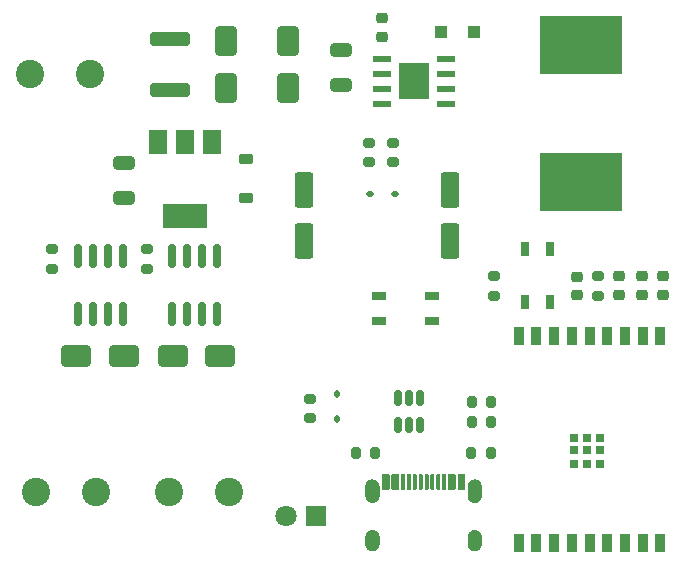
<source format=gbr>
%TF.GenerationSoftware,KiCad,Pcbnew,7.99.0-1092-g932f171e96*%
%TF.CreationDate,2023-06-26T03:17:45+02:00*%
%TF.ProjectId,irrigation,69727269-6761-4746-996f-6e2e6b696361,0.1*%
%TF.SameCoordinates,Original*%
%TF.FileFunction,Paste,Top*%
%TF.FilePolarity,Positive*%
%FSLAX46Y46*%
G04 Gerber Fmt 4.6, Leading zero omitted, Abs format (unit mm)*
G04 Created by KiCad (PCBNEW 7.99.0-1092-g932f171e96) date 2023-06-26 03:17:45*
%MOMM*%
%LPD*%
G01*
G04 APERTURE LIST*
G04 Aperture macros list*
%AMRoundRect*
0 Rectangle with rounded corners*
0 $1 Rounding radius*
0 $2 $3 $4 $5 $6 $7 $8 $9 X,Y pos of 4 corners*
0 Add a 4 corners polygon primitive as box body*
4,1,4,$2,$3,$4,$5,$6,$7,$8,$9,$2,$3,0*
0 Add four circle primitives for the rounded corners*
1,1,$1+$1,$2,$3*
1,1,$1+$1,$4,$5*
1,1,$1+$1,$6,$7*
1,1,$1+$1,$8,$9*
0 Add four rect primitives between the rounded corners*
20,1,$1+$1,$2,$3,$4,$5,0*
20,1,$1+$1,$4,$5,$6,$7,0*
20,1,$1+$1,$6,$7,$8,$9,0*
20,1,$1+$1,$8,$9,$2,$3,0*%
G04 Aperture macros list end*
%ADD10C,0.000000*%
%ADD11R,1.800000X1.800000*%
%ADD12C,1.800000*%
%ADD13RoundRect,0.250000X-0.650000X0.325000X-0.650000X-0.325000X0.650000X-0.325000X0.650000X0.325000X0*%
%ADD14RoundRect,0.250000X0.650000X-1.000000X0.650000X1.000000X-0.650000X1.000000X-0.650000X-1.000000X0*%
%ADD15R,7.000000X5.000000*%
%ADD16R,1.500000X2.000000*%
%ADD17R,3.800000X2.000000*%
%ADD18RoundRect,0.150000X-0.150000X0.512500X-0.150000X-0.512500X0.150000X-0.512500X0.150000X0.512500X0*%
%ADD19R,2.600000X3.100000*%
%ADD20R,1.550000X0.600000*%
%ADD21R,0.900000X1.500000*%
%ADD22R,0.700000X0.700000*%
%ADD23R,0.700000X1.300000*%
%ADD24R,1.300000X0.700000*%
%ADD25RoundRect,0.200000X-0.275000X0.200000X-0.275000X-0.200000X0.275000X-0.200000X0.275000X0.200000X0*%
%ADD26RoundRect,0.200000X0.275000X-0.200000X0.275000X0.200000X-0.275000X0.200000X-0.275000X-0.200000X0*%
%ADD27RoundRect,0.200000X0.200000X0.275000X-0.200000X0.275000X-0.200000X-0.275000X0.200000X-0.275000X0*%
%ADD28RoundRect,0.200000X-0.200000X-0.275000X0.200000X-0.275000X0.200000X0.275000X-0.200000X0.275000X0*%
%ADD29RoundRect,0.150000X-0.150000X0.825000X-0.150000X-0.825000X0.150000X-0.825000X0.150000X0.825000X0*%
%ADD30C,2.400000*%
%ADD31O,1.200000X2.000000*%
%ADD32O,1.200000X1.800000*%
%ADD33R,0.300000X1.300000*%
%ADD34RoundRect,0.250000X1.450000X-0.312500X1.450000X0.312500X-1.450000X0.312500X-1.450000X-0.312500X0*%
%ADD35RoundRect,0.112500X-0.112500X0.187500X-0.112500X-0.187500X0.112500X-0.187500X0.112500X0.187500X0*%
%ADD36RoundRect,0.225000X-0.375000X0.225000X-0.375000X-0.225000X0.375000X-0.225000X0.375000X0.225000X0*%
%ADD37RoundRect,0.112500X0.187500X0.112500X-0.187500X0.112500X-0.187500X-0.112500X0.187500X-0.112500X0*%
%ADD38RoundRect,0.250000X-1.000000X-0.650000X1.000000X-0.650000X1.000000X0.650000X-1.000000X0.650000X0*%
%ADD39RoundRect,0.250000X0.300000X0.300000X-0.300000X0.300000X-0.300000X-0.300000X0.300000X-0.300000X0*%
%ADD40RoundRect,0.225000X-0.250000X0.225000X-0.250000X-0.225000X0.250000X-0.225000X0.250000X0.225000X0*%
%ADD41RoundRect,0.225000X0.250000X-0.225000X0.250000X0.225000X-0.250000X0.225000X-0.250000X-0.225000X0*%
%ADD42RoundRect,0.250000X-0.550000X1.250000X-0.550000X-1.250000X0.550000X-1.250000X0.550000X1.250000X0*%
%ADD43RoundRect,0.250000X0.650000X-0.325000X0.650000X0.325000X-0.650000X0.325000X-0.650000X-0.325000X0*%
G04 APERTURE END LIST*
D10*
%TO.C,J4*%
G36*
X145100000Y-75527500D02*
G01*
X144800000Y-75527500D01*
X144500000Y-75527500D01*
X144500000Y-74227500D01*
X144800000Y-74227500D01*
X145100000Y-74227500D01*
X145100000Y-75527500D01*
G37*
G36*
X146600000Y-75527500D02*
G01*
X146300000Y-75527500D01*
X146300000Y-74227500D01*
X146600000Y-74227500D01*
X146600000Y-75527500D01*
G37*
G36*
X148100000Y-75527500D02*
G01*
X147800000Y-75527500D01*
X147800000Y-74227500D01*
X148100000Y-74227500D01*
X148100000Y-75527500D01*
G37*
G36*
X147600000Y-75527500D02*
G01*
X147300000Y-75527500D01*
X147300000Y-74227500D01*
X147600000Y-74227500D01*
X147600000Y-75527500D01*
G37*
G36*
X142920000Y-74647500D02*
G01*
X142949000Y-74650500D01*
X142979000Y-74654500D01*
X143008000Y-74660500D01*
X143037000Y-74668500D01*
X143066000Y-74676500D01*
X143094000Y-74687500D01*
X143122000Y-74698500D01*
X143149000Y-74711500D01*
X143175000Y-74726500D01*
X143200000Y-74741500D01*
X143225000Y-74758500D01*
X143249000Y-74776500D01*
X143272000Y-74795500D01*
X143294000Y-74816500D01*
X143315000Y-74837500D01*
X143335000Y-74860500D01*
X143353000Y-74883500D01*
X143371000Y-74907500D01*
X143387000Y-74932500D01*
X143402000Y-74958500D01*
X143415000Y-74985500D01*
X143428000Y-75012500D01*
X143439000Y-75040500D01*
X143448000Y-75068500D01*
X143456000Y-75097500D01*
X143463000Y-75126500D01*
X143468000Y-75156500D01*
X143472000Y-75185500D01*
X143474000Y-75215500D01*
X143475000Y-75245500D01*
X143475000Y-76045500D01*
X143474000Y-76075500D01*
X143472000Y-76105500D01*
X143468000Y-76135500D01*
X143463000Y-76164500D01*
X143456000Y-76193500D01*
X143448000Y-76222500D01*
X143439000Y-76250500D01*
X143428000Y-76278500D01*
X143415000Y-76306500D01*
X143402000Y-76332500D01*
X143387000Y-76358500D01*
X143371000Y-76383500D01*
X143353000Y-76407500D01*
X143335000Y-76431500D01*
X143315000Y-76453500D01*
X143294000Y-76475500D01*
X143272000Y-76495500D01*
X143249000Y-76514500D01*
X143225000Y-76532500D01*
X143200000Y-76549500D01*
X143175000Y-76565500D01*
X143149000Y-76579500D01*
X143122000Y-76592500D01*
X143094000Y-76604500D01*
X143066000Y-76614500D01*
X143037000Y-76623500D01*
X143008000Y-76630500D01*
X142979000Y-76636500D01*
X142949000Y-76641500D01*
X142920000Y-76644500D01*
X142890000Y-76645500D01*
X142860000Y-76645500D01*
X142830000Y-76644500D01*
X142800000Y-76641500D01*
X142771000Y-76636500D01*
X142741000Y-76630500D01*
X142712000Y-76623500D01*
X142684000Y-76614500D01*
X142656000Y-76604500D01*
X142628000Y-76592500D01*
X142601000Y-76579500D01*
X142575000Y-76565500D01*
X142549000Y-76549500D01*
X142525000Y-76532500D01*
X142501000Y-76514500D01*
X142478000Y-76495500D01*
X142456000Y-76475500D01*
X142435000Y-76453500D01*
X142415000Y-76431500D01*
X142397000Y-76407500D01*
X142379000Y-76383500D01*
X142363000Y-76358500D01*
X142348000Y-76332500D01*
X142334000Y-76306500D01*
X142322000Y-76278500D01*
X142311000Y-76250500D01*
X142302000Y-76222500D01*
X142293000Y-76193500D01*
X142287000Y-76164500D01*
X142282000Y-76135500D01*
X142278000Y-76105500D01*
X142276000Y-76075500D01*
X142275000Y-76045500D01*
X142275000Y-75245500D01*
X142276000Y-75215500D01*
X142278000Y-75185500D01*
X142282000Y-75156500D01*
X142287000Y-75126500D01*
X142293000Y-75097500D01*
X142302000Y-75068500D01*
X142311000Y-75040500D01*
X142322000Y-75012500D01*
X142334000Y-74985500D01*
X142348000Y-74958500D01*
X142363000Y-74932500D01*
X142379000Y-74907500D01*
X142397000Y-74883500D01*
X142415000Y-74860500D01*
X142435000Y-74837500D01*
X142456000Y-74816500D01*
X142478000Y-74795500D01*
X142501000Y-74776500D01*
X142525000Y-74758500D01*
X142549000Y-74741500D01*
X142575000Y-74726500D01*
X142601000Y-74711500D01*
X142628000Y-74698500D01*
X142656000Y-74687500D01*
X142684000Y-74676500D01*
X142712000Y-74668500D01*
X142741000Y-74660500D01*
X142771000Y-74654500D01*
X142800000Y-74650500D01*
X142830000Y-74647500D01*
X142860000Y-74645500D01*
X142890000Y-74645500D01*
X142920000Y-74647500D01*
G37*
G36*
X151570000Y-78927500D02*
G01*
X151600000Y-78930500D01*
X151629000Y-78934500D01*
X151659000Y-78940500D01*
X151688000Y-78948500D01*
X151716000Y-78956500D01*
X151744000Y-78967500D01*
X151772000Y-78978500D01*
X151799000Y-78991500D01*
X151825000Y-79006500D01*
X151851000Y-79021500D01*
X151875000Y-79038500D01*
X151899000Y-79056500D01*
X151922000Y-79075500D01*
X151944000Y-79096500D01*
X151965000Y-79117500D01*
X151985000Y-79139500D01*
X152003000Y-79163500D01*
X152021000Y-79187500D01*
X152037000Y-79212500D01*
X152052000Y-79238500D01*
X152066000Y-79265500D01*
X152078000Y-79292500D01*
X152089000Y-79320500D01*
X152098000Y-79348500D01*
X152107000Y-79377500D01*
X152113000Y-79406500D01*
X152118000Y-79436500D01*
X152122000Y-79465500D01*
X152124000Y-79495500D01*
X152125000Y-79525500D01*
X152125000Y-80125500D01*
X152124000Y-80155500D01*
X152122000Y-80185500D01*
X152118000Y-80215500D01*
X152113000Y-80244500D01*
X152107000Y-80273500D01*
X152098000Y-80302500D01*
X152089000Y-80330500D01*
X152078000Y-80358500D01*
X152066000Y-80385500D01*
X152052000Y-80412500D01*
X152037000Y-80438500D01*
X152021000Y-80463500D01*
X152003000Y-80487500D01*
X151985000Y-80511500D01*
X151965000Y-80533500D01*
X151944000Y-80555500D01*
X151922000Y-80575500D01*
X151899000Y-80594500D01*
X151875000Y-80612500D01*
X151851000Y-80629500D01*
X151825000Y-80645500D01*
X151799000Y-80659500D01*
X151772000Y-80672500D01*
X151744000Y-80684500D01*
X151716000Y-80694500D01*
X151688000Y-80703500D01*
X151659000Y-80710500D01*
X151629000Y-80716500D01*
X151600000Y-80720500D01*
X151570000Y-80723500D01*
X151540000Y-80725500D01*
X151510000Y-80725500D01*
X151480000Y-80723500D01*
X151451000Y-80720500D01*
X151421000Y-80716500D01*
X151392000Y-80710500D01*
X151363000Y-80703500D01*
X151334000Y-80694500D01*
X151306000Y-80684500D01*
X151278000Y-80672500D01*
X151251000Y-80659500D01*
X151225000Y-80645500D01*
X151200000Y-80629500D01*
X151175000Y-80612500D01*
X151151000Y-80594500D01*
X151128000Y-80575500D01*
X151106000Y-80555500D01*
X151085000Y-80533500D01*
X151065000Y-80511500D01*
X151047000Y-80487500D01*
X151029000Y-80463500D01*
X151013000Y-80438500D01*
X150998000Y-80412500D01*
X150985000Y-80385500D01*
X150972000Y-80358500D01*
X150961000Y-80330500D01*
X150952000Y-80302500D01*
X150944000Y-80273500D01*
X150937000Y-80244500D01*
X150932000Y-80215500D01*
X150928000Y-80185500D01*
X150926000Y-80155500D01*
X150925000Y-80125500D01*
X150925000Y-79525500D01*
X150926000Y-79495500D01*
X150928000Y-79465500D01*
X150932000Y-79436500D01*
X150937000Y-79406500D01*
X150944000Y-79377500D01*
X150952000Y-79348500D01*
X150961000Y-79320500D01*
X150972000Y-79292500D01*
X150985000Y-79265500D01*
X150998000Y-79238500D01*
X151013000Y-79212500D01*
X151029000Y-79187500D01*
X151047000Y-79163500D01*
X151065000Y-79139500D01*
X151085000Y-79117500D01*
X151106000Y-79096500D01*
X151128000Y-79075500D01*
X151151000Y-79056500D01*
X151175000Y-79038500D01*
X151200000Y-79021500D01*
X151225000Y-79006500D01*
X151251000Y-78991500D01*
X151278000Y-78978500D01*
X151306000Y-78967500D01*
X151334000Y-78956500D01*
X151363000Y-78948500D01*
X151392000Y-78940500D01*
X151421000Y-78934500D01*
X151451000Y-78930500D01*
X151480000Y-78927500D01*
X151510000Y-78925500D01*
X151540000Y-78925500D01*
X151570000Y-78927500D01*
G37*
G36*
X145600000Y-75527500D02*
G01*
X145300000Y-75527500D01*
X145300000Y-74227500D01*
X145600000Y-74227500D01*
X145600000Y-75527500D01*
G37*
G36*
X147100000Y-75527500D02*
G01*
X146800000Y-75527500D01*
X146800000Y-74227500D01*
X147100000Y-74227500D01*
X147100000Y-75527500D01*
G37*
G36*
X146100000Y-75527500D02*
G01*
X145800000Y-75527500D01*
X145800000Y-74227500D01*
X146100000Y-74227500D01*
X146100000Y-75527500D01*
G37*
G36*
X149900000Y-75527500D02*
G01*
X149600000Y-75527500D01*
X149300000Y-75527500D01*
X149300000Y-74227500D01*
X149600000Y-74227500D01*
X149900000Y-74227500D01*
X149900000Y-75527500D01*
G37*
G36*
X149100000Y-75527500D02*
G01*
X148800000Y-75527500D01*
X148800000Y-74227500D01*
X149100000Y-74227500D01*
X149100000Y-75527500D01*
G37*
G36*
X142920000Y-78927500D02*
G01*
X142949000Y-78930500D01*
X142979000Y-78934500D01*
X143008000Y-78940500D01*
X143037000Y-78948500D01*
X143066000Y-78956500D01*
X143094000Y-78967500D01*
X143122000Y-78978500D01*
X143149000Y-78991500D01*
X143175000Y-79006500D01*
X143200000Y-79021500D01*
X143225000Y-79038500D01*
X143249000Y-79056500D01*
X143272000Y-79075500D01*
X143294000Y-79096500D01*
X143315000Y-79117500D01*
X143335000Y-79139500D01*
X143353000Y-79163500D01*
X143371000Y-79187500D01*
X143387000Y-79212500D01*
X143402000Y-79238500D01*
X143415000Y-79265500D01*
X143428000Y-79292500D01*
X143439000Y-79320500D01*
X143448000Y-79348500D01*
X143456000Y-79377500D01*
X143463000Y-79406500D01*
X143468000Y-79436500D01*
X143472000Y-79465500D01*
X143474000Y-79495500D01*
X143475000Y-79525500D01*
X143475000Y-80125500D01*
X143474000Y-80155500D01*
X143472000Y-80185500D01*
X143468000Y-80215500D01*
X143463000Y-80244500D01*
X143456000Y-80273500D01*
X143448000Y-80302500D01*
X143439000Y-80330500D01*
X143428000Y-80358500D01*
X143415000Y-80385500D01*
X143402000Y-80412500D01*
X143387000Y-80438500D01*
X143371000Y-80463500D01*
X143353000Y-80487500D01*
X143335000Y-80511500D01*
X143315000Y-80533500D01*
X143294000Y-80555500D01*
X143272000Y-80575500D01*
X143249000Y-80594500D01*
X143225000Y-80612500D01*
X143200000Y-80629500D01*
X143175000Y-80645500D01*
X143149000Y-80659500D01*
X143122000Y-80672500D01*
X143094000Y-80684500D01*
X143066000Y-80694500D01*
X143037000Y-80703500D01*
X143008000Y-80710500D01*
X142979000Y-80716500D01*
X142949000Y-80720500D01*
X142920000Y-80723500D01*
X142890000Y-80725500D01*
X142860000Y-80725500D01*
X142830000Y-80723500D01*
X142800000Y-80720500D01*
X142771000Y-80716500D01*
X142741000Y-80710500D01*
X142712000Y-80703500D01*
X142684000Y-80694500D01*
X142656000Y-80684500D01*
X142628000Y-80672500D01*
X142601000Y-80659500D01*
X142575000Y-80645500D01*
X142549000Y-80629500D01*
X142525000Y-80612500D01*
X142501000Y-80594500D01*
X142478000Y-80575500D01*
X142456000Y-80555500D01*
X142435000Y-80533500D01*
X142415000Y-80511500D01*
X142397000Y-80487500D01*
X142379000Y-80463500D01*
X142363000Y-80438500D01*
X142348000Y-80412500D01*
X142334000Y-80385500D01*
X142322000Y-80358500D01*
X142311000Y-80330500D01*
X142302000Y-80302500D01*
X142293000Y-80273500D01*
X142287000Y-80244500D01*
X142282000Y-80215500D01*
X142278000Y-80185500D01*
X142276000Y-80155500D01*
X142275000Y-80125500D01*
X142275000Y-79525500D01*
X142276000Y-79495500D01*
X142278000Y-79465500D01*
X142282000Y-79436500D01*
X142287000Y-79406500D01*
X142293000Y-79377500D01*
X142302000Y-79348500D01*
X142311000Y-79320500D01*
X142322000Y-79292500D01*
X142334000Y-79265500D01*
X142348000Y-79238500D01*
X142363000Y-79212500D01*
X142379000Y-79187500D01*
X142397000Y-79163500D01*
X142415000Y-79139500D01*
X142435000Y-79117500D01*
X142456000Y-79096500D01*
X142478000Y-79075500D01*
X142501000Y-79056500D01*
X142525000Y-79038500D01*
X142549000Y-79021500D01*
X142575000Y-79006500D01*
X142601000Y-78991500D01*
X142628000Y-78978500D01*
X142656000Y-78967500D01*
X142684000Y-78956500D01*
X142712000Y-78948500D01*
X142741000Y-78940500D01*
X142771000Y-78934500D01*
X142800000Y-78930500D01*
X142830000Y-78927500D01*
X142860000Y-78925500D01*
X142890000Y-78925500D01*
X142920000Y-78927500D01*
G37*
G36*
X151570000Y-74647500D02*
G01*
X151600000Y-74650500D01*
X151629000Y-74654500D01*
X151659000Y-74660500D01*
X151688000Y-74668500D01*
X151716000Y-74676500D01*
X151744000Y-74687500D01*
X151772000Y-74698500D01*
X151799000Y-74711500D01*
X151825000Y-74726500D01*
X151851000Y-74741500D01*
X151875000Y-74758500D01*
X151899000Y-74776500D01*
X151922000Y-74795500D01*
X151944000Y-74816500D01*
X151965000Y-74837500D01*
X151985000Y-74860500D01*
X152003000Y-74883500D01*
X152021000Y-74907500D01*
X152037000Y-74932500D01*
X152052000Y-74958500D01*
X152066000Y-74985500D01*
X152078000Y-75012500D01*
X152089000Y-75040500D01*
X152098000Y-75068500D01*
X152107000Y-75097500D01*
X152113000Y-75126500D01*
X152118000Y-75156500D01*
X152122000Y-75185500D01*
X152124000Y-75215500D01*
X152125000Y-75245500D01*
X152125000Y-76045500D01*
X152124000Y-76075500D01*
X152122000Y-76105500D01*
X152118000Y-76135500D01*
X152113000Y-76164500D01*
X152107000Y-76193500D01*
X152098000Y-76222500D01*
X152089000Y-76250500D01*
X152078000Y-76278500D01*
X152066000Y-76306500D01*
X152052000Y-76332500D01*
X152037000Y-76358500D01*
X152021000Y-76383500D01*
X152003000Y-76407500D01*
X151985000Y-76431500D01*
X151965000Y-76453500D01*
X151944000Y-76475500D01*
X151922000Y-76495500D01*
X151899000Y-76514500D01*
X151875000Y-76532500D01*
X151851000Y-76549500D01*
X151825000Y-76565500D01*
X151799000Y-76579500D01*
X151772000Y-76592500D01*
X151744000Y-76604500D01*
X151716000Y-76614500D01*
X151688000Y-76623500D01*
X151659000Y-76630500D01*
X151629000Y-76636500D01*
X151600000Y-76641500D01*
X151570000Y-76644500D01*
X151540000Y-76645500D01*
X151510000Y-76645500D01*
X151480000Y-76644500D01*
X151451000Y-76641500D01*
X151421000Y-76636500D01*
X151392000Y-76630500D01*
X151363000Y-76623500D01*
X151334000Y-76614500D01*
X151306000Y-76604500D01*
X151278000Y-76592500D01*
X151251000Y-76579500D01*
X151225000Y-76565500D01*
X151200000Y-76549500D01*
X151175000Y-76532500D01*
X151151000Y-76514500D01*
X151128000Y-76495500D01*
X151106000Y-76475500D01*
X151085000Y-76453500D01*
X151065000Y-76431500D01*
X151047000Y-76407500D01*
X151029000Y-76383500D01*
X151013000Y-76358500D01*
X150998000Y-76332500D01*
X150985000Y-76306500D01*
X150972000Y-76278500D01*
X150961000Y-76250500D01*
X150952000Y-76222500D01*
X150944000Y-76193500D01*
X150937000Y-76164500D01*
X150932000Y-76135500D01*
X150928000Y-76105500D01*
X150926000Y-76075500D01*
X150925000Y-76045500D01*
X150925000Y-75245500D01*
X150926000Y-75215500D01*
X150928000Y-75185500D01*
X150932000Y-75156500D01*
X150937000Y-75126500D01*
X150944000Y-75097500D01*
X150952000Y-75068500D01*
X150961000Y-75040500D01*
X150972000Y-75012500D01*
X150985000Y-74985500D01*
X150998000Y-74958500D01*
X151013000Y-74932500D01*
X151029000Y-74907500D01*
X151047000Y-74883500D01*
X151065000Y-74860500D01*
X151085000Y-74837500D01*
X151106000Y-74816500D01*
X151128000Y-74795500D01*
X151151000Y-74776500D01*
X151175000Y-74758500D01*
X151200000Y-74741500D01*
X151225000Y-74726500D01*
X151251000Y-74711500D01*
X151278000Y-74698500D01*
X151306000Y-74687500D01*
X151334000Y-74676500D01*
X151363000Y-74668500D01*
X151392000Y-74660500D01*
X151421000Y-74654500D01*
X151451000Y-74650500D01*
X151480000Y-74647500D01*
X151510000Y-74645500D01*
X151540000Y-74645500D01*
X151570000Y-74647500D01*
G37*
G36*
X148600000Y-75527500D02*
G01*
X148300000Y-75527500D01*
X148300000Y-74227500D01*
X148600000Y-74227500D01*
X148600000Y-75527500D01*
G37*
G36*
X144300000Y-75527500D02*
G01*
X144000000Y-75527500D01*
X143700000Y-75527500D01*
X143700000Y-74227500D01*
X144000000Y-74227500D01*
X144300000Y-74227500D01*
X144300000Y-75527500D01*
G37*
G36*
X150700000Y-75527500D02*
G01*
X150400000Y-75527500D01*
X150100000Y-75527500D01*
X150100000Y-74227500D01*
X150400000Y-74227500D01*
X150700000Y-74227500D01*
X150700000Y-75527500D01*
G37*
%TD*%
D11*
%TO.C,J5*%
X138100000Y-77700000D03*
D12*
X135560000Y-77700000D03*
%TD*%
D13*
%TO.C,C3*%
X121850000Y-50825000D03*
X121850000Y-47875000D03*
%TD*%
D14*
%TO.C,D2*%
X130500000Y-41500000D03*
X130500000Y-37500000D03*
%TD*%
D15*
%TO.C,L1*%
X160500000Y-37900000D03*
X160500000Y-49500000D03*
%TD*%
D16*
%TO.C,U2*%
X129300000Y-46050000D03*
D17*
X127000000Y-52350000D03*
D16*
X127000000Y-46050000D03*
X124700000Y-46050000D03*
%TD*%
D18*
%TO.C,U3*%
X146900000Y-70000000D03*
X145950000Y-70000000D03*
X145000000Y-70000000D03*
X145000000Y-67725000D03*
X145950000Y-67725000D03*
X146900000Y-67725000D03*
%TD*%
D19*
%TO.C,U1*%
X146400000Y-40950000D03*
D20*
X149100000Y-39045000D03*
X149100000Y-40315000D03*
X149100000Y-41585000D03*
X149100000Y-42855000D03*
X143700000Y-42855000D03*
X143700000Y-41585000D03*
X143700000Y-40315000D03*
X143700000Y-39045000D03*
%TD*%
D21*
%TO.C,U4*%
X167250000Y-62500000D03*
X165750000Y-62500000D03*
X164250000Y-62500000D03*
X162750000Y-62500000D03*
X161250000Y-62500000D03*
X159750000Y-62500000D03*
X158250000Y-62500000D03*
X156750000Y-62500000D03*
X155250000Y-62500000D03*
X155250000Y-80000000D03*
X156750000Y-80000000D03*
X158250000Y-80000000D03*
X159750000Y-80000000D03*
X161250000Y-80000000D03*
X162750000Y-80000000D03*
X164250000Y-80000000D03*
X165750000Y-80000000D03*
X167250000Y-80000000D03*
D22*
X162150000Y-71110000D03*
X161050000Y-71110000D03*
X159950000Y-71110000D03*
X162150000Y-72160000D03*
X161050000Y-72160000D03*
X159950000Y-72160000D03*
X162150000Y-73310000D03*
X161050000Y-73310000D03*
X159950000Y-73310000D03*
%TD*%
D23*
%TO.C,SW1*%
X155750000Y-59600000D03*
X155750000Y-55100000D03*
X157900000Y-59600000D03*
X157900000Y-55100000D03*
%TD*%
D24*
%TO.C,SW2*%
X143400000Y-59075000D03*
X147900000Y-59075000D03*
X143400000Y-61225000D03*
X147900000Y-61225000D03*
%TD*%
D25*
%TO.C,R5*%
X153150000Y-57425000D03*
X153150000Y-59075000D03*
%TD*%
D26*
%TO.C,R8*%
X137600000Y-69450000D03*
X137600000Y-67800000D03*
%TD*%
D25*
%TO.C,R6*%
X162000000Y-57425000D03*
X162000000Y-59075000D03*
%TD*%
D27*
%TO.C,R7*%
X151275000Y-68050000D03*
X152925000Y-68050000D03*
%TD*%
%TO.C,R9*%
X151275000Y-69800000D03*
X152925000Y-69800000D03*
%TD*%
D26*
%TO.C,R4*%
X123770000Y-56800000D03*
X123770000Y-55150000D03*
%TD*%
%TO.C,R3*%
X115710000Y-56800000D03*
X115710000Y-55150000D03*
%TD*%
D28*
%TO.C,R11*%
X151250000Y-72400000D03*
X152900000Y-72400000D03*
%TD*%
D27*
%TO.C,R10*%
X143100000Y-72400000D03*
X141450000Y-72400000D03*
%TD*%
D26*
%TO.C,R1*%
X142600000Y-46150000D03*
X142600000Y-47800000D03*
%TD*%
%TO.C,R2*%
X144600000Y-47800000D03*
X144600000Y-46150000D03*
%TD*%
D29*
%TO.C,Q2*%
X129725000Y-55725000D03*
X128455000Y-55725000D03*
X127185000Y-55725000D03*
X125915000Y-55725000D03*
X125915000Y-60675000D03*
X127185000Y-60675000D03*
X128455000Y-60675000D03*
X129725000Y-60675000D03*
%TD*%
%TO.C,Q1*%
X121710000Y-55725000D03*
X120440000Y-55725000D03*
X119170000Y-55725000D03*
X117900000Y-55725000D03*
X117900000Y-60675000D03*
X119170000Y-60675000D03*
X120440000Y-60675000D03*
X121710000Y-60675000D03*
%TD*%
D30*
%TO.C,J1*%
X119000000Y-40300000D03*
X113920000Y-40300000D03*
%TD*%
D31*
%TO.C,J4*%
X142875000Y-75645500D03*
X151525000Y-75645500D03*
D32*
X151525000Y-79825500D03*
X142875000Y-79825500D03*
D33*
X143850000Y-74877500D03*
X144650000Y-74877500D03*
X145950000Y-74877500D03*
X146950000Y-74877500D03*
X147450000Y-74877500D03*
X148450000Y-74877500D03*
X149750000Y-74877500D03*
X150550000Y-74877500D03*
X150250000Y-74877500D03*
X149450000Y-74877500D03*
X148950000Y-74877500D03*
X147950000Y-74877500D03*
X146450000Y-74877500D03*
X145450000Y-74877500D03*
X144950000Y-74877500D03*
X144150000Y-74877500D03*
%TD*%
D30*
%TO.C,J3*%
X125620000Y-75700000D03*
X130700000Y-75700000D03*
%TD*%
%TO.C,J2*%
X114420000Y-75700000D03*
X119500000Y-75700000D03*
%TD*%
D34*
%TO.C,F1*%
X125750000Y-41637500D03*
X125750000Y-37362500D03*
%TD*%
D35*
%TO.C,D8*%
X139850000Y-67450000D03*
X139850000Y-69550000D03*
%TD*%
D36*
%TO.C,D4*%
X132150000Y-47550000D03*
X132150000Y-50850000D03*
%TD*%
D37*
%TO.C,D5*%
X144750000Y-50500000D03*
X142650000Y-50500000D03*
%TD*%
D38*
%TO.C,D7*%
X126000000Y-64200000D03*
X130000000Y-64200000D03*
%TD*%
%TO.C,D6*%
X117800000Y-64200000D03*
X121800000Y-64200000D03*
%TD*%
D14*
%TO.C,D3*%
X135750000Y-37500000D03*
X135750000Y-41500000D03*
%TD*%
D39*
%TO.C,D1*%
X151500000Y-36800000D03*
X148700000Y-36800000D03*
%TD*%
D40*
%TO.C,C6*%
X160200000Y-59025000D03*
X160200000Y-57475000D03*
%TD*%
D41*
%TO.C,C7*%
X163750000Y-59000000D03*
X163750000Y-57450000D03*
%TD*%
%TO.C,C8*%
X165730000Y-59000000D03*
X165730000Y-57450000D03*
%TD*%
%TO.C,C9*%
X167500000Y-59000000D03*
X167500000Y-57450000D03*
%TD*%
D42*
%TO.C,C4*%
X137100000Y-50100000D03*
X137100000Y-54500000D03*
%TD*%
%TO.C,C5*%
X149400000Y-50100000D03*
X149400000Y-54500000D03*
%TD*%
D41*
%TO.C,C1*%
X143700000Y-37150000D03*
X143700000Y-35600000D03*
%TD*%
D43*
%TO.C,C2*%
X140250000Y-41225000D03*
X140250000Y-38275000D03*
%TD*%
M02*

</source>
